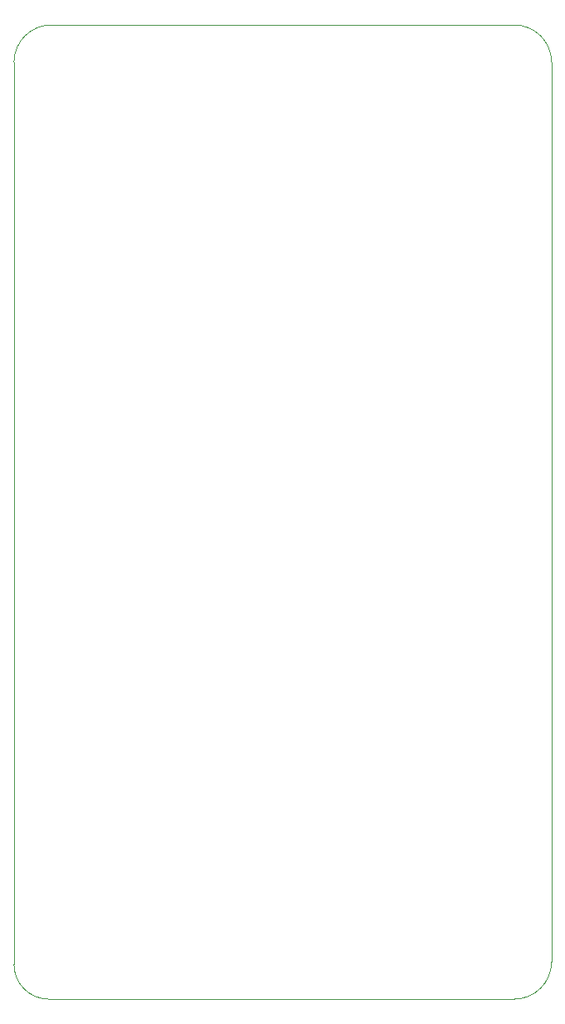
<source format=gbr>
%TF.GenerationSoftware,KiCad,Pcbnew,(5.1.6)-1*%
%TF.CreationDate,2021-01-28T02:18:39-06:00*%
%TF.ProjectId,tool_checkout_cabinet_modules,746f6f6c-5f63-4686-9563-6b6f75745f63,rev?*%
%TF.SameCoordinates,Original*%
%TF.FileFunction,Profile,NP*%
%FSLAX46Y46*%
G04 Gerber Fmt 4.6, Leading zero omitted, Abs format (unit mm)*
G04 Created by KiCad (PCBNEW (5.1.6)-1) date 2021-01-28 02:18:39*
%MOMM*%
%LPD*%
G01*
G04 APERTURE LIST*
%TA.AperFunction,Profile*%
%ADD10C,0.100000*%
%TD*%
G04 APERTURE END LIST*
D10*
X163830000Y-147320000D02*
G75*
G02*
X160274000Y-143764000I0J3556000D01*
G01*
X215138000Y-143510000D02*
G75*
G02*
X211328000Y-147320000I-3810000J0D01*
G01*
X211328000Y-48006000D02*
G75*
G02*
X215138000Y-51816000I0J-3810000D01*
G01*
X160274000Y-51816000D02*
G75*
G02*
X164084000Y-48006000I3810000J0D01*
G01*
X160274000Y-143764000D02*
X160274000Y-51816000D01*
X211328000Y-147320000D02*
X163830000Y-147320000D01*
X215138000Y-51816000D02*
X215138000Y-143510000D01*
X164084000Y-48006000D02*
X211328000Y-48006000D01*
M02*

</source>
